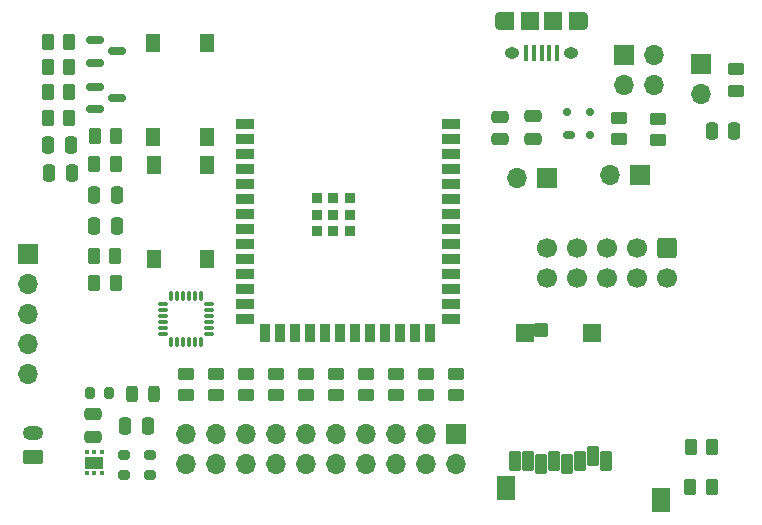
<source format=gts>
G04 #@! TF.GenerationSoftware,KiCad,Pcbnew,8.0.0*
G04 #@! TF.CreationDate,2024-04-09T17:42:43-05:00*
G04 #@! TF.ProjectId,esp32_example,65737033-325f-4657-9861-6d706c652e6b,rev?*
G04 #@! TF.SameCoordinates,Original*
G04 #@! TF.FileFunction,Soldermask,Top*
G04 #@! TF.FilePolarity,Negative*
%FSLAX46Y46*%
G04 Gerber Fmt 4.6, Leading zero omitted, Abs format (unit mm)*
G04 Created by KiCad (PCBNEW 8.0.0) date 2024-04-09 17:42:43*
%MOMM*%
%LPD*%
G01*
G04 APERTURE LIST*
G04 Aperture macros list*
%AMRoundRect*
0 Rectangle with rounded corners*
0 $1 Rounding radius*
0 $2 $3 $4 $5 $6 $7 $8 $9 X,Y pos of 4 corners*
0 Add a 4 corners polygon primitive as box body*
4,1,4,$2,$3,$4,$5,$6,$7,$8,$9,$2,$3,0*
0 Add four circle primitives for the rounded corners*
1,1,$1+$1,$2,$3*
1,1,$1+$1,$4,$5*
1,1,$1+$1,$6,$7*
1,1,$1+$1,$8,$9*
0 Add four rect primitives between the rounded corners*
20,1,$1+$1,$2,$3,$4,$5,0*
20,1,$1+$1,$4,$5,$6,$7,0*
20,1,$1+$1,$6,$7,$8,$9,0*
20,1,$1+$1,$8,$9,$2,$3,0*%
G04 Aperture macros list end*
%ADD10O,1.700000X1.700000*%
%ADD11R,1.700000X1.700000*%
%ADD12RoundRect,0.250000X-0.450000X0.262500X-0.450000X-0.262500X0.450000X-0.262500X0.450000X0.262500X0*%
%ADD13RoundRect,0.250000X0.250000X0.475000X-0.250000X0.475000X-0.250000X-0.475000X0.250000X-0.475000X0*%
%ADD14RoundRect,0.250000X0.262500X0.450000X-0.262500X0.450000X-0.262500X-0.450000X0.262500X-0.450000X0*%
%ADD15R,1.300000X1.550000*%
%ADD16RoundRect,0.150000X-0.587500X-0.150000X0.587500X-0.150000X0.587500X0.150000X-0.587500X0.150000X0*%
%ADD17RoundRect,0.250000X0.450000X-0.262500X0.450000X0.262500X-0.450000X0.262500X-0.450000X-0.262500X0*%
%ADD18RoundRect,0.102000X-0.650000X-0.700000X0.650000X-0.700000X0.650000X0.700000X-0.650000X0.700000X0*%
%ADD19RoundRect,0.102000X-0.500000X-0.475000X0.500000X-0.475000X0.500000X0.475000X-0.500000X0.475000X0*%
%ADD20RoundRect,0.102000X-0.400000X-0.750000X0.400000X-0.750000X0.400000X0.750000X-0.400000X0.750000X0*%
%ADD21RoundRect,0.102000X-0.700000X-0.950000X0.700000X-0.950000X0.700000X0.950000X-0.700000X0.950000X0*%
%ADD22R,1.498600X0.889000*%
%ADD23R,0.889000X1.498600*%
%ADD24R,0.889000X0.889000*%
%ADD25RoundRect,0.175000X0.325000X-0.175000X0.325000X0.175000X-0.325000X0.175000X-0.325000X-0.175000X0*%
%ADD26RoundRect,0.150000X0.150000X-0.200000X0.150000X0.200000X-0.150000X0.200000X-0.150000X-0.200000X0*%
%ADD27RoundRect,0.250000X-0.262500X-0.450000X0.262500X-0.450000X0.262500X0.450000X-0.262500X0.450000X0*%
%ADD28RoundRect,0.250000X0.475000X-0.250000X0.475000X0.250000X-0.475000X0.250000X-0.475000X-0.250000X0*%
%ADD29RoundRect,0.200000X-0.200000X-0.275000X0.200000X-0.275000X0.200000X0.275000X-0.200000X0.275000X0*%
%ADD30RoundRect,0.250000X0.625000X-0.350000X0.625000X0.350000X-0.625000X0.350000X-0.625000X-0.350000X0*%
%ADD31O,1.750000X1.200000*%
%ADD32RoundRect,0.243750X0.243750X0.456250X-0.243750X0.456250X-0.243750X-0.456250X0.243750X-0.456250X0*%
%ADD33RoundRect,0.093750X0.106250X-0.093750X0.106250X0.093750X-0.106250X0.093750X-0.106250X-0.093750X0*%
%ADD34R,1.600000X1.000000*%
%ADD35RoundRect,0.200000X-0.275000X0.200000X-0.275000X-0.200000X0.275000X-0.200000X0.275000X0.200000X0*%
%ADD36RoundRect,0.250000X-0.600000X0.600000X-0.600000X-0.600000X0.600000X-0.600000X0.600000X0.600000X0*%
%ADD37C,1.700000*%
%ADD38RoundRect,0.075000X-0.350000X-0.075000X0.350000X-0.075000X0.350000X0.075000X-0.350000X0.075000X0*%
%ADD39RoundRect,0.075000X0.075000X-0.350000X0.075000X0.350000X-0.075000X0.350000X-0.075000X-0.350000X0*%
%ADD40RoundRect,0.200000X0.275000X-0.200000X0.275000X0.200000X-0.275000X0.200000X-0.275000X-0.200000X0*%
%ADD41RoundRect,0.250000X-0.250000X-0.475000X0.250000X-0.475000X0.250000X0.475000X-0.250000X0.475000X0*%
%ADD42R,0.400000X1.350000*%
%ADD43O,0.890000X1.550000*%
%ADD44R,1.200000X1.550000*%
%ADD45O,1.250000X0.950000*%
%ADD46R,1.500000X1.550000*%
G04 APERTURE END LIST*
D10*
G04 #@! TO.C,J10*
X223730000Y-45570000D03*
D11*
X223730000Y-43030000D03*
G04 #@! TD*
D12*
G04 #@! TO.C,R26*
X226640000Y-43490000D03*
X226640000Y-45315000D03*
G04 #@! TD*
D13*
G04 #@! TO.C,C5*
X224610000Y-48700000D03*
X226510000Y-48700000D03*
G04 #@! TD*
D11*
G04 #@! TO.C,J8*
X210670000Y-52690000D03*
D10*
X208130000Y-52690000D03*
G04 #@! TD*
D14*
G04 #@! TO.C,R12*
X172290100Y-59283600D03*
X174115100Y-59283600D03*
G04 #@! TD*
D15*
G04 #@! TO.C,SW2*
X181891600Y-51640400D03*
X181891600Y-59590400D03*
X177391600Y-51640400D03*
X177391600Y-59590400D03*
G04 #@! TD*
D16*
G04 #@! TO.C,Q2*
X172394400Y-44973200D03*
X172394400Y-46873200D03*
X174269400Y-45923200D03*
G04 #@! TD*
D17*
G04 #@! TO.C,R10*
X187706000Y-71118100D03*
X187706000Y-69293100D03*
G04 #@! TD*
D18*
G04 #@! TO.C,J6*
X208750000Y-65830000D03*
D19*
X210140000Y-65605000D03*
D18*
X214450000Y-65830000D03*
D20*
X207940000Y-76690000D03*
X209040000Y-76690000D03*
X210140000Y-76890000D03*
X211240000Y-76690000D03*
X212340000Y-76890000D03*
X213440000Y-76690000D03*
X214540000Y-76290000D03*
X215640000Y-76690000D03*
D21*
X207150000Y-78980000D03*
X220300000Y-79980000D03*
G04 #@! TD*
D22*
G04 #@! TO.C,U7*
X185052000Y-48105400D03*
X185052000Y-49375400D03*
X185052000Y-50645400D03*
X185052000Y-51915400D03*
X185052000Y-53185400D03*
X185052000Y-54455400D03*
X185052000Y-55725400D03*
X185052000Y-56995400D03*
X185052000Y-58265400D03*
X185052000Y-59535400D03*
X185052000Y-60805400D03*
X185052000Y-62075400D03*
X185052000Y-63345400D03*
X185052000Y-64615400D03*
D23*
X186817000Y-65865400D03*
X188087000Y-65865400D03*
X189357000Y-65865400D03*
X190627000Y-65865400D03*
X191897000Y-65865400D03*
X193167000Y-65865400D03*
X194437000Y-65865400D03*
X195707000Y-65865400D03*
X196977000Y-65865400D03*
X198247000Y-65865400D03*
X199517000Y-65865400D03*
X200787000Y-65865400D03*
D22*
X202552000Y-64615400D03*
X202552000Y-63345400D03*
X202552000Y-62075400D03*
X202552000Y-60805400D03*
X202552000Y-59535400D03*
X202552000Y-58265400D03*
X202552000Y-56995400D03*
X202552000Y-55725400D03*
X202552000Y-54455400D03*
X202552000Y-53185400D03*
X202552000Y-51915400D03*
X202552000Y-50645400D03*
X202552000Y-49375400D03*
X202552000Y-48105400D03*
D24*
X192552000Y-55825400D03*
X192552000Y-54425400D03*
X192552000Y-57225400D03*
X191152000Y-55825400D03*
X191152000Y-54425400D03*
X191152000Y-57225400D03*
X193952000Y-55825400D03*
X193952000Y-54425400D03*
X193952000Y-57225400D03*
G04 #@! TD*
D25*
G04 #@! TO.C,D1*
X212551500Y-49084600D03*
D26*
X214251500Y-49084600D03*
X214251500Y-47084600D03*
X212351500Y-47084600D03*
G04 #@! TD*
D27*
G04 #@! TO.C,R13*
X168378500Y-43332400D03*
X170203500Y-43332400D03*
G04 #@! TD*
D28*
G04 #@! TO.C,C23*
X206660800Y-49415600D03*
X206660800Y-47515600D03*
G04 #@! TD*
G04 #@! TO.C,C24*
X209505600Y-49390200D03*
X209505600Y-47490200D03*
G04 #@! TD*
D17*
G04 #@! TO.C,R5*
X192786000Y-71118100D03*
X192786000Y-69293100D03*
G04 #@! TD*
D14*
G04 #@! TO.C,R17*
X174140500Y-61620400D03*
X172315500Y-61620400D03*
G04 #@! TD*
D29*
G04 #@! TO.C,R22*
X171920400Y-70942200D03*
X173570400Y-70942200D03*
G04 #@! TD*
D30*
G04 #@! TO.C,J1*
X167098800Y-76320400D03*
D31*
X167098800Y-74320400D03*
G04 #@! TD*
D27*
G04 #@! TO.C,R25*
X172315500Y-51562000D03*
X174140500Y-51562000D03*
G04 #@! TD*
D13*
G04 #@! TO.C,C2*
X170342600Y-49911000D03*
X168442600Y-49911000D03*
G04 #@! TD*
D17*
G04 #@! TO.C,R1*
X202946000Y-71092700D03*
X202946000Y-69267700D03*
G04 #@! TD*
D27*
G04 #@! TO.C,R14*
X168378500Y-41224200D03*
X170203500Y-41224200D03*
G04 #@! TD*
D17*
G04 #@! TO.C,R15*
X182651400Y-71118100D03*
X182651400Y-69293100D03*
G04 #@! TD*
D13*
G04 #@! TO.C,C1*
X170393400Y-52247800D03*
X168493400Y-52247800D03*
G04 #@! TD*
D17*
G04 #@! TO.C,R2*
X200431400Y-71092700D03*
X200431400Y-69267700D03*
G04 #@! TD*
D32*
G04 #@! TO.C,D3*
X177391300Y-70967600D03*
X175516300Y-70967600D03*
G04 #@! TD*
D27*
G04 #@! TO.C,R24*
X172366300Y-49174400D03*
X174191300Y-49174400D03*
G04 #@! TD*
D14*
G04 #@! TO.C,R18*
X170203500Y-45440600D03*
X168378500Y-45440600D03*
G04 #@! TD*
D28*
G04 #@! TO.C,C3*
X172212000Y-74635400D03*
X172212000Y-72735400D03*
G04 #@! TD*
D17*
G04 #@! TO.C,R3*
X197840600Y-71092700D03*
X197840600Y-69267700D03*
G04 #@! TD*
D14*
G04 #@! TO.C,R9*
X224595000Y-78850000D03*
X222770000Y-78850000D03*
G04 #@! TD*
D33*
G04 #@! TO.C,U3*
X171674000Y-77695600D03*
X172324000Y-77695600D03*
X172974000Y-77695600D03*
X172974000Y-75920600D03*
X172324000Y-75920600D03*
X171674000Y-75920600D03*
D34*
X172324000Y-76808100D03*
G04 #@! TD*
D17*
G04 #@! TO.C,R4*
X195326000Y-71092700D03*
X195326000Y-69267700D03*
G04 #@! TD*
D11*
G04 #@! TO.C,J4*
X202946000Y-74396600D03*
D10*
X202946000Y-76936600D03*
X200406000Y-74396600D03*
X200406000Y-76936600D03*
X197866000Y-74396600D03*
X197866000Y-76936600D03*
X195326000Y-74396600D03*
X195326000Y-76936600D03*
X192786000Y-74396600D03*
X192786000Y-76936600D03*
X190246000Y-74396600D03*
X190246000Y-76936600D03*
X187706000Y-74396600D03*
X187706000Y-76936600D03*
X185166000Y-74396600D03*
X185166000Y-76936600D03*
X182626000Y-74396600D03*
X182626000Y-76936600D03*
X180086000Y-74396600D03*
X180086000Y-76936600D03*
G04 #@! TD*
D12*
G04 #@! TO.C,R8*
X220080000Y-47677500D03*
X220080000Y-49502500D03*
G04 #@! TD*
G04 #@! TO.C,R6*
X216780000Y-47617500D03*
X216780000Y-49442500D03*
G04 #@! TD*
D35*
G04 #@! TO.C,R21*
X174879000Y-76187800D03*
X174879000Y-77837800D03*
G04 #@! TD*
D36*
G04 #@! TO.C,J7*
X220810000Y-58600000D03*
D37*
X220810000Y-61140000D03*
X218270000Y-58600000D03*
X218270000Y-61140000D03*
X215730000Y-58600000D03*
X215730000Y-61140000D03*
X213190000Y-58600000D03*
X213190000Y-61140000D03*
X210650000Y-58600000D03*
X210650000Y-61140000D03*
G04 #@! TD*
D17*
G04 #@! TO.C,R11*
X185166000Y-71118100D03*
X185166000Y-69293100D03*
G04 #@! TD*
D27*
G04 #@! TO.C,R19*
X168378500Y-47625000D03*
X170203500Y-47625000D03*
G04 #@! TD*
D14*
G04 #@! TO.C,R23*
X224635000Y-75470000D03*
X222810000Y-75470000D03*
G04 #@! TD*
D17*
G04 #@! TO.C,R16*
X180086000Y-71118100D03*
X180086000Y-69293100D03*
G04 #@! TD*
D11*
G04 #@! TO.C,J3*
X166725600Y-59156600D03*
D10*
X166725600Y-61696600D03*
X166725600Y-64236600D03*
X166725600Y-66776600D03*
X166725600Y-69316600D03*
G04 #@! TD*
D38*
G04 #@! TO.C,U1*
X178116400Y-63405000D03*
X178116400Y-63905000D03*
X178116400Y-64405000D03*
X178116400Y-64905000D03*
X178116400Y-65405000D03*
X178116400Y-65905000D03*
D39*
X178816400Y-66605000D03*
X179316400Y-66605000D03*
X179816400Y-66605000D03*
X180316400Y-66605000D03*
X180816400Y-66605000D03*
X181316400Y-66605000D03*
D38*
X182016400Y-65905000D03*
X182016400Y-65405000D03*
X182016400Y-64905000D03*
X182016400Y-64405000D03*
X182016400Y-63905000D03*
X182016400Y-63405000D03*
D39*
X181316400Y-62705000D03*
X180816400Y-62705000D03*
X180316400Y-62705000D03*
X179816400Y-62705000D03*
X179316400Y-62705000D03*
X178816400Y-62705000D03*
G04 #@! TD*
D15*
G04 #@! TO.C,SW1*
X181828000Y-41313200D03*
X181828000Y-49263200D03*
X177328000Y-41313200D03*
X177328000Y-49263200D03*
G04 #@! TD*
D11*
G04 #@! TO.C,J5*
X218525000Y-52480000D03*
D10*
X215985000Y-52480000D03*
G04 #@! TD*
D16*
G04 #@! TO.C,Q3*
X172392100Y-41036200D03*
X172392100Y-42936200D03*
X174267100Y-41986200D03*
G04 #@! TD*
D40*
G04 #@! TO.C,R20*
X177012600Y-77837800D03*
X177012600Y-76187800D03*
G04 #@! TD*
D17*
G04 #@! TO.C,R7*
X190246000Y-71118100D03*
X190246000Y-69293100D03*
G04 #@! TD*
D41*
G04 #@! TO.C,C4*
X174960200Y-73710800D03*
X176860200Y-73710800D03*
G04 #@! TD*
D42*
G04 #@! TO.C,J2*
X211500000Y-42140000D03*
X210850000Y-42140000D03*
X210200000Y-42140000D03*
X209550000Y-42140000D03*
X208900000Y-42140000D03*
D43*
X213700000Y-39440000D03*
D44*
X213100000Y-39440000D03*
D45*
X212700000Y-42140000D03*
D46*
X211200000Y-39440000D03*
X209200000Y-39440000D03*
D45*
X207700000Y-42140000D03*
D44*
X207300000Y-39440000D03*
D43*
X206700000Y-39440000D03*
G04 #@! TD*
D11*
G04 #@! TO.C,J9*
X217130000Y-42280000D03*
D10*
X219670000Y-42280000D03*
X217130000Y-44820000D03*
X219670000Y-44820000D03*
G04 #@! TD*
D13*
G04 #@! TO.C,C19*
X174203400Y-56743600D03*
X172303400Y-56743600D03*
G04 #@! TD*
D41*
G04 #@! TO.C,C18*
X172328800Y-54152800D03*
X174228800Y-54152800D03*
G04 #@! TD*
M02*

</source>
